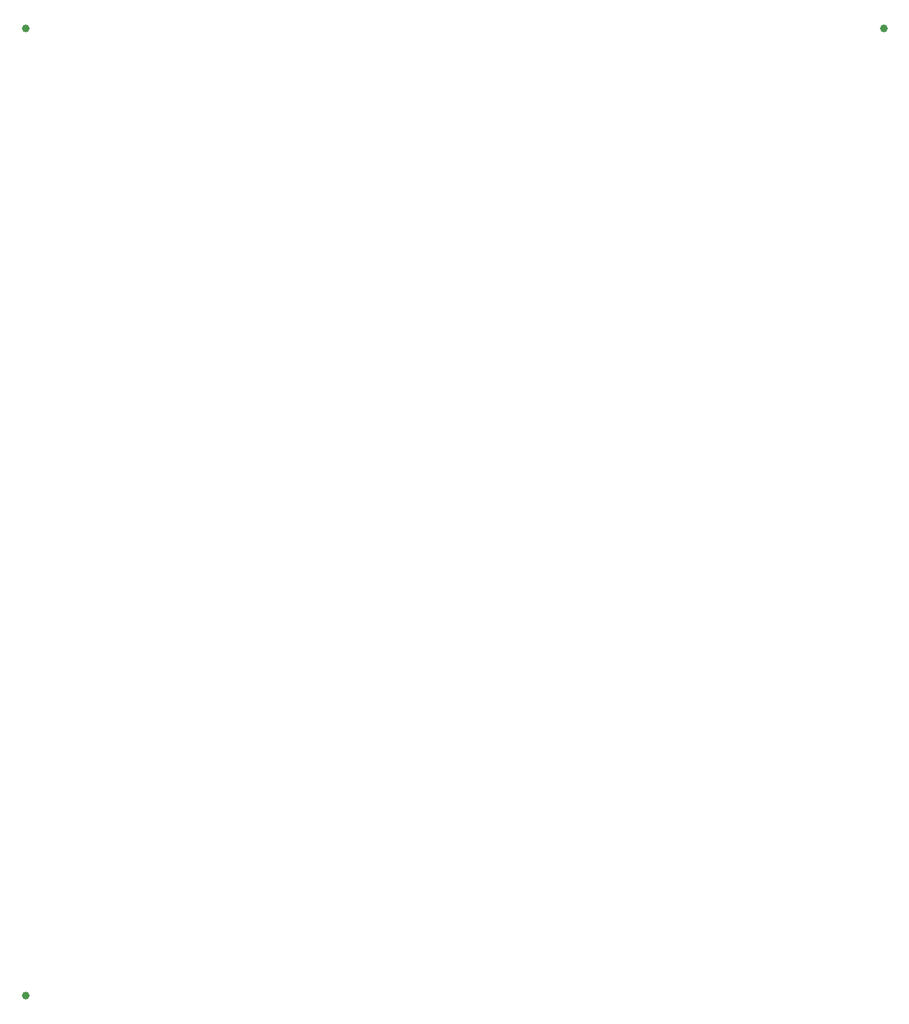
<source format=gbp>
G04*
G04 #@! TF.GenerationSoftware,Altium Limited,Altium Designer,21.4.1 (30)*
G04*
G04 Layer_Color=128*
%FSLAX44Y44*%
%MOMM*%
G71*
G04*
G04 #@! TF.SameCoordinates,34008E12-B950-4015-972C-27682CB53F9E*
G04*
G04*
G04 #@! TF.FilePolarity,Positive*
G04*
G01*
G75*
%ADD55C,1.0000*%
D55*
X1130000Y1320000D02*
D03*
X30000D02*
D03*
Y80000D02*
D03*
M02*

</source>
